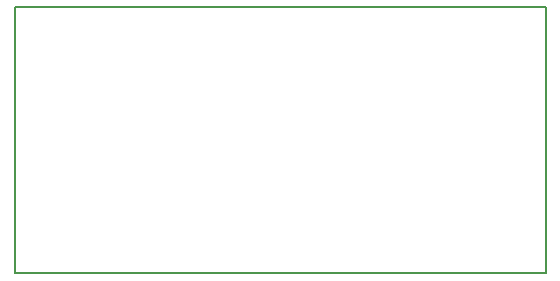
<source format=gbr>
%TF.GenerationSoftware,KiCad,Pcbnew,8.0.5*%
%TF.CreationDate,2024-12-06T12:49:08-05:00*%
%TF.ProjectId,RailsidePDB,5261696c-7369-4646-9550-44422e6b6963,rev?*%
%TF.SameCoordinates,Original*%
%TF.FileFunction,Profile,NP*%
%FSLAX46Y46*%
G04 Gerber Fmt 4.6, Leading zero omitted, Abs format (unit mm)*
G04 Created by KiCad (PCBNEW 8.0.5) date 2024-12-06 12:49:08*
%MOMM*%
%LPD*%
G01*
G04 APERTURE LIST*
%TA.AperFunction,Profile*%
%ADD10C,0.200000*%
%TD*%
G04 APERTURE END LIST*
D10*
X67475000Y-61775000D02*
X112475000Y-61775000D01*
X112475000Y-84275000D01*
X67475000Y-84275000D01*
X67475000Y-61775000D01*
M02*

</source>
